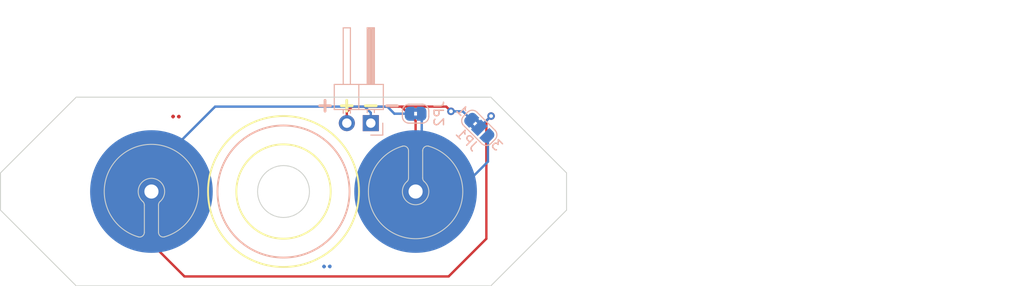
<source format=kicad_pcb>
(kicad_pcb (version 20171130) (host pcbnew "(5.0.1-dev-70-gb7b125d83)")

  (general
    (thickness 1.6)
    (drawings 32)
    (tracks 32)
    (zones 0)
    (modules 11)
    (nets 5)
  )

  (page A4)
  (layers
    (0 F.Cu signal)
    (31 B.Cu signal)
    (32 B.Adhes user)
    (33 F.Adhes user)
    (34 B.Paste user)
    (35 F.Paste user)
    (36 B.SilkS user)
    (37 F.SilkS user)
    (38 B.Mask user)
    (39 F.Mask user)
    (40 Dwgs.User user)
    (41 Cmts.User user)
    (42 Eco1.User user)
    (43 Eco2.User user)
    (44 Edge.Cuts user)
    (45 Margin user)
    (46 B.CrtYd user)
    (47 F.CrtYd user hide)
    (48 B.Fab user hide)
    (49 F.Fab user hide)
  )

  (setup
    (last_trace_width 0.2)
    (trace_clearance 0.2)
    (zone_clearance 0)
    (zone_45_only no)
    (trace_min 0.2)
    (segment_width 0.2)
    (edge_width 0.1)
    (via_size 0.8)
    (via_drill 0.4)
    (via_min_size 0.4)
    (via_min_drill 0.3)
    (uvia_size 0.3)
    (uvia_drill 0.1)
    (uvias_allowed no)
    (uvia_min_size 0.2)
    (uvia_min_drill 0.1)
    (pcb_text_width 0.3)
    (pcb_text_size 1.5 1.5)
    (mod_edge_width 0.15)
    (mod_text_size 1 1)
    (mod_text_width 0.15)
    (pad_size 13 13)
    (pad_drill 0)
    (pad_to_mask_clearance 0.2)
    (aux_axis_origin 0 0)
    (visible_elements 7FFFFF7F)
    (pcbplotparams
      (layerselection 0x010f0_ffffffff)
      (usegerberextensions false)
      (usegerberattributes false)
      (usegerberadvancedattributes false)
      (creategerberjobfile false)
      (excludeedgelayer true)
      (linewidth 0.100000)
      (plotframeref false)
      (viasonmask false)
      (mode 1)
      (useauxorigin false)
      (hpglpennumber 1)
      (hpglpenspeed 20)
      (hpglpendiameter 15.000000)
      (psnegative false)
      (psa4output false)
      (plotreference true)
      (plotvalue true)
      (plotinvisibletext false)
      (padsonsilk false)
      (subtractmaskfromsilk false)
      (outputformat 1)
      (mirror false)
      (drillshape 0)
      (scaleselection 1)
      (outputdirectory "gerbers/"))
  )

  (net 0 "")
  (net 1 /K1)
  (net 2 /A2)
  (net 3 /K2)
  (net 4 /A1)

  (net_class Default "This is the default net class."
    (clearance 0.2)
    (trace_width 0.2)
    (via_dia 0.8)
    (via_drill 0.4)
    (uvia_dia 0.3)
    (uvia_drill 0.1)
    (add_net /A1)
    (add_net /A2)
    (add_net /K1)
    (add_net /K2)
  )

  (module graphics:kiwi8mm (layer F.Cu) (tedit 5C64A4FE) (tstamp 5C86171F)
    (at 121 73)
    (fp_text reference G*** (at 0 0) (layer F.SilkS) hide
      (effects (font (size 1.524 1.524) (thickness 0.3)))
    )
    (fp_text value LOGO (at 0.75 0) (layer F.SilkS) hide
      (effects (font (size 1.524 1.524) (thickness 0.3)))
    )
    (fp_poly (pts (xy -2.61227 -1.118697) (xy -2.529655 -1.037345) (xy -2.493818 -0.950586) (xy -2.528901 -0.872319)
      (xy -2.608597 -0.790343) (xy -2.694575 -0.741588) (xy -2.71352 -0.738909) (xy -2.784278 -0.768703)
      (xy -2.836883 -0.81148) (xy -2.895767 -0.896516) (xy -2.909455 -0.946727) (xy -2.872704 -1.037724)
      (xy -2.789088 -1.120293) (xy -2.701636 -1.154545) (xy -2.61227 -1.118697)) (layer F.Mask) (width 0.01))
    (fp_poly (pts (xy -1.994854 -1.111816) (xy -1.919541 -1.015192) (xy -1.911496 -0.989231) (xy -1.914526 -0.859633)
      (xy -1.98022 -0.77238) (xy -2.083408 -0.741236) (xy -2.198924 -0.779966) (xy -2.23652 -0.81148)
      (xy -2.302483 -0.915524) (xy -2.279251 -1.016078) (xy -2.220037 -1.082278) (xy -2.104787 -1.137123)
      (xy -1.994854 -1.111816)) (layer F.Mask) (width 0.01))
    (fp_poly (pts (xy 1.543011 -2.508504) (xy 1.603914 -2.494409) (xy 2.073743 -2.348155) (xy 2.469765 -2.153)
      (xy 2.789849 -1.910412) (xy 3.031868 -1.621856) (xy 3.132 -1.441812) (xy 3.184476 -1.322516)
      (xy 3.219611 -1.214901) (xy 3.240798 -1.095759) (xy 3.25143 -0.941883) (xy 3.254901 -0.730065)
      (xy 3.255018 -0.600364) (xy 3.245546 -0.250202) (xy 3.211889 0.035411) (xy 3.144574 0.275319)
      (xy 3.034124 0.488362) (xy 2.871066 0.693382) (xy 2.645924 0.90922) (xy 2.387971 1.123827)
      (xy 2.143218 1.358631) (xy 1.985888 1.60387) (xy 1.911082 1.867257) (xy 1.909986 1.876155)
      (xy 1.900359 2.029249) (xy 1.920189 2.120909) (xy 1.95748 2.166191) (xy 2.024725 2.243515)
      (xy 2.004479 2.291244) (xy 1.896751 2.309362) (xy 1.881909 2.309542) (xy 1.755602 2.329554)
      (xy 1.5921 2.380471) (xy 1.484778 2.424997) (xy 1.351112 2.486347) (xy 1.256616 2.528069)
      (xy 1.225637 2.54) (xy 1.224266 2.50095) (xy 1.236973 2.417394) (xy 1.260411 2.294787)
      (xy 0.99966 2.325433) (xy 0.834696 2.334265) (xy 0.751513 2.315498) (xy 0.745554 2.274356)
      (xy 0.812266 2.216061) (xy 0.947093 2.145838) (xy 1.14548 2.068911) (xy 1.254206 2.03352)
      (xy 1.411798 1.976131) (xy 1.531726 1.916229) (xy 1.588291 1.866678) (xy 1.588475 1.866213)
      (xy 1.604892 1.778932) (xy 1.614914 1.639865) (xy 1.616364 1.562852) (xy 1.606445 1.406649)
      (xy 1.565838 1.29821) (xy 1.478263 1.194068) (xy 1.47826 1.194065) (xy 1.333608 1.091849)
      (xy 1.19901 1.075401) (xy 1.081656 1.138172) (xy 0.988734 1.273611) (xy 0.927434 1.475167)
      (xy 0.905102 1.716332) (xy 0.901441 1.985818) (xy 0.74634 1.985818) (xy 0.605226 2.013617)
      (xy 0.476828 2.108903) (xy 0.457256 2.129248) (xy 0.323273 2.272677) (xy 0.323273 2.126136)
      (xy 0.315574 2.02735) (xy 0.2794 1.998784) (xy 0.219364 2.011105) (xy 0.107568 2.066166)
      (xy 0.011545 2.137722) (xy -0.060622 2.197855) (xy -0.088403 2.195019) (xy -0.092364 2.152469)
      (xy -0.04942 1.977077) (xy 0.076097 1.836011) (xy 0.279219 1.734149) (xy 0.357148 1.711299)
      (xy 0.453262 1.684124) (xy 0.517748 1.648918) (xy 0.56057 1.587265) (xy 0.591692 1.480752)
      (xy 0.621079 1.310963) (xy 0.639208 1.190033) (xy 0.657957 1.037162) (xy 0.654758 0.952143)
      (xy 0.626911 0.912491) (xy 0.604784 0.903206) (xy 0.538141 0.888502) (xy 0.395742 0.860539)
      (xy 0.192776 0.822182) (xy -0.055568 0.776296) (xy -0.3341 0.725747) (xy -0.371771 0.718976)
      (xy -0.891349 0.619709) (xy -1.326821 0.52247) (xy -1.686301 0.42414) (xy -1.977903 0.321599)
      (xy -2.209741 0.211731) (xy -2.38993 0.091417) (xy -2.526582 -0.042463) (xy -2.593882 -0.135035)
      (xy -2.668833 -0.268346) (xy -2.716174 -0.381635) (xy -2.724727 -0.424678) (xy -2.752537 -0.487787)
      (xy -2.847987 -0.50791) (xy -2.858489 -0.508) (xy -3.007096 -0.550515) (xy -3.138003 -0.663396)
      (xy -3.233998 -0.824647) (xy -3.262521 -0.946625) (xy -3.212775 -0.946625) (xy -3.151784 -0.784453)
      (xy -3.045652 -0.658565) (xy -2.910641 -0.58088) (xy -2.763014 -0.563319) (xy -2.619032 -0.617802)
      (xy -2.567814 -0.660715) (xy -2.483454 -0.755956) (xy -2.431368 -0.833897) (xy -2.401317 -0.877453)
      (xy -2.371541 -0.833897) (xy -2.274574 -0.69758) (xy -2.13724 -0.595747) (xy -1.994725 -0.554226)
      (xy -1.990493 -0.554182) (xy -1.823785 -0.593135) (xy -1.697287 -0.69614) (xy -1.614681 -0.842413)
      (xy -1.57965 -1.011171) (xy -1.59588 -1.181629) (xy -1.667052 -1.333006) (xy -1.796852 -1.444517)
      (xy -1.829929 -1.460105) (xy -2.005157 -1.495897) (xy -2.162821 -1.445046) (xy -2.309293 -1.308085)
      (xy -2.386846 -1.230336) (xy -2.431099 -1.227898) (xy -2.434455 -1.234746) (xy -2.529802 -1.380173)
      (xy -2.678013 -1.482133) (xy -2.750958 -1.504862) (xy -2.901492 -1.491024) (xy -3.045876 -1.406914)
      (xy -3.159101 -1.272679) (xy -3.212363 -1.13316) (xy -3.212775 -0.946625) (xy -3.262521 -0.946625)
      (xy -3.277872 -1.012271) (xy -3.278909 -1.045316) (xy -3.267082 -1.193182) (xy -3.218241 -1.303313)
      (xy -3.121891 -1.413164) (xy -2.990815 -1.521534) (xy -2.865559 -1.566113) (xy -2.801344 -1.570182)
      (xy -2.683939 -1.557267) (xy -2.611244 -1.525633) (xy -2.606932 -1.520213) (xy -2.55514 -1.512477)
      (xy -2.462694 -1.578486) (xy -2.454116 -1.586548) (xy -2.3444 -1.676184) (xy -2.222919 -1.737649)
      (xy -2.069912 -1.77575) (xy -1.865617 -1.795291) (xy -1.590272 -1.801076) (xy -1.571751 -1.801091)
      (xy -1.071334 -1.801091) (xy -0.801212 -2.003111) (xy -0.363436 -2.282919) (xy 0.08349 -2.472058)
      (xy 0.545951 -2.571832) (xy 1.030329 -2.583547) (xy 1.543011 -2.508504)) (layer F.Mask) (width 0.01))
    (fp_poly (pts (xy -2.61227 -1.118697) (xy -2.529655 -1.037345) (xy -2.493818 -0.950586) (xy -2.528901 -0.872319)
      (xy -2.608597 -0.790343) (xy -2.694575 -0.741588) (xy -2.71352 -0.738909) (xy -2.784278 -0.768703)
      (xy -2.836883 -0.81148) (xy -2.895767 -0.896516) (xy -2.909455 -0.946727) (xy -2.872704 -1.037724)
      (xy -2.789088 -1.120293) (xy -2.701636 -1.154545) (xy -2.61227 -1.118697)) (layer F.Cu) (width 0.01))
    (fp_poly (pts (xy -1.994854 -1.111816) (xy -1.919541 -1.015192) (xy -1.911496 -0.989231) (xy -1.914526 -0.859633)
      (xy -1.98022 -0.77238) (xy -2.083408 -0.741236) (xy -2.198924 -0.779966) (xy -2.23652 -0.81148)
      (xy -2.302483 -0.915524) (xy -2.279251 -1.016078) (xy -2.220037 -1.082278) (xy -2.104787 -1.137123)
      (xy -1.994854 -1.111816)) (layer F.Cu) (width 0.01))
  )

  (module graphics:kiwi8mm (layer B.Cu) (tedit 5C64A4FE) (tstamp 5C86122B)
    (at 137 87)
    (fp_text reference G*** (at 0 0) (layer B.SilkS) hide
      (effects (font (size 1.524 1.524) (thickness 0.3)) (justify mirror))
    )
    (fp_text value LOGO (at 0.75 0) (layer B.SilkS) hide
      (effects (font (size 1.524 1.524) (thickness 0.3)) (justify mirror))
    )
    (fp_poly (pts (xy -1.994854 1.111816) (xy -1.919541 1.015192) (xy -1.911496 0.989231) (xy -1.914526 0.859633)
      (xy -1.98022 0.77238) (xy -2.083408 0.741236) (xy -2.198924 0.779966) (xy -2.23652 0.81148)
      (xy -2.302483 0.915524) (xy -2.279251 1.016078) (xy -2.220037 1.082278) (xy -2.104787 1.137123)
      (xy -1.994854 1.111816)) (layer B.Cu) (width 0.01))
    (fp_poly (pts (xy -2.61227 1.118697) (xy -2.529655 1.037345) (xy -2.493818 0.950586) (xy -2.528901 0.872319)
      (xy -2.608597 0.790343) (xy -2.694575 0.741588) (xy -2.71352 0.738909) (xy -2.784278 0.768703)
      (xy -2.836883 0.81148) (xy -2.895767 0.896516) (xy -2.909455 0.946727) (xy -2.872704 1.037724)
      (xy -2.789088 1.120293) (xy -2.701636 1.154545) (xy -2.61227 1.118697)) (layer B.Cu) (width 0.01))
    (fp_poly (pts (xy 1.543011 2.508504) (xy 1.603914 2.494409) (xy 2.073743 2.348155) (xy 2.469765 2.153)
      (xy 2.789849 1.910412) (xy 3.031868 1.621856) (xy 3.132 1.441812) (xy 3.184476 1.322516)
      (xy 3.219611 1.214901) (xy 3.240798 1.095759) (xy 3.25143 0.941883) (xy 3.254901 0.730065)
      (xy 3.255018 0.600364) (xy 3.245546 0.250202) (xy 3.211889 -0.035411) (xy 3.144574 -0.275319)
      (xy 3.034124 -0.488362) (xy 2.871066 -0.693382) (xy 2.645924 -0.90922) (xy 2.387971 -1.123827)
      (xy 2.143218 -1.358631) (xy 1.985888 -1.60387) (xy 1.911082 -1.867257) (xy 1.909986 -1.876155)
      (xy 1.900359 -2.029249) (xy 1.920189 -2.120909) (xy 1.95748 -2.166191) (xy 2.024725 -2.243515)
      (xy 2.004479 -2.291244) (xy 1.896751 -2.309362) (xy 1.881909 -2.309542) (xy 1.755602 -2.329554)
      (xy 1.5921 -2.380471) (xy 1.484778 -2.424997) (xy 1.351112 -2.486347) (xy 1.256616 -2.528069)
      (xy 1.225637 -2.54) (xy 1.224266 -2.50095) (xy 1.236973 -2.417394) (xy 1.260411 -2.294787)
      (xy 0.99966 -2.325433) (xy 0.834696 -2.334265) (xy 0.751513 -2.315498) (xy 0.745554 -2.274356)
      (xy 0.812266 -2.216061) (xy 0.947093 -2.145838) (xy 1.14548 -2.068911) (xy 1.254206 -2.03352)
      (xy 1.411798 -1.976131) (xy 1.531726 -1.916229) (xy 1.588291 -1.866678) (xy 1.588475 -1.866213)
      (xy 1.604892 -1.778932) (xy 1.614914 -1.639865) (xy 1.616364 -1.562852) (xy 1.606445 -1.406649)
      (xy 1.565838 -1.29821) (xy 1.478263 -1.194068) (xy 1.47826 -1.194065) (xy 1.333608 -1.091849)
      (xy 1.19901 -1.075401) (xy 1.081656 -1.138172) (xy 0.988734 -1.273611) (xy 0.927434 -1.475167)
      (xy 0.905102 -1.716332) (xy 0.901441 -1.985818) (xy 0.74634 -1.985818) (xy 0.605226 -2.013617)
      (xy 0.476828 -2.108903) (xy 0.457256 -2.129248) (xy 0.323273 -2.272677) (xy 0.323273 -2.126136)
      (xy 0.315574 -2.02735) (xy 0.2794 -1.998784) (xy 0.219364 -2.011105) (xy 0.107568 -2.066166)
      (xy 0.011545 -2.137722) (xy -0.060622 -2.197855) (xy -0.088403 -2.195019) (xy -0.092364 -2.152469)
      (xy -0.04942 -1.977077) (xy 0.076097 -1.836011) (xy 0.279219 -1.734149) (xy 0.357148 -1.711299)
      (xy 0.453262 -1.684124) (xy 0.517748 -1.648918) (xy 0.56057 -1.587265) (xy 0.591692 -1.480752)
      (xy 0.621079 -1.310963) (xy 0.639208 -1.190033) (xy 0.657957 -1.037162) (xy 0.654758 -0.952143)
      (xy 0.626911 -0.912491) (xy 0.604784 -0.903206) (xy 0.538141 -0.888502) (xy 0.395742 -0.860539)
      (xy 0.192776 -0.822182) (xy -0.055568 -0.776296) (xy -0.3341 -0.725747) (xy -0.371771 -0.718976)
      (xy -0.891349 -0.619709) (xy -1.326821 -0.52247) (xy -1.686301 -0.42414) (xy -1.977903 -0.321599)
      (xy -2.209741 -0.211731) (xy -2.38993 -0.091417) (xy -2.526582 0.042463) (xy -2.593882 0.135035)
      (xy -2.668833 0.268346) (xy -2.716174 0.381635) (xy -2.724727 0.424678) (xy -2.752537 0.487787)
      (xy -2.847987 0.50791) (xy -2.858489 0.508) (xy -3.007096 0.550515) (xy -3.138003 0.663396)
      (xy -3.233998 0.824647) (xy -3.262521 0.946625) (xy -3.212775 0.946625) (xy -3.151784 0.784453)
      (xy -3.045652 0.658565) (xy -2.910641 0.58088) (xy -2.763014 0.563319) (xy -2.619032 0.617802)
      (xy -2.567814 0.660715) (xy -2.483454 0.755956) (xy -2.431368 0.833897) (xy -2.401317 0.877453)
      (xy -2.371541 0.833897) (xy -2.274574 0.69758) (xy -2.13724 0.595747) (xy -1.994725 0.554226)
      (xy -1.990493 0.554182) (xy -1.823785 0.593135) (xy -1.697287 0.69614) (xy -1.614681 0.842413)
      (xy -1.57965 1.011171) (xy -1.59588 1.181629) (xy -1.667052 1.333006) (xy -1.796852 1.444517)
      (xy -1.829929 1.460105) (xy -2.005157 1.495897) (xy -2.162821 1.445046) (xy -2.309293 1.308085)
      (xy -2.386846 1.230336) (xy -2.431099 1.227898) (xy -2.434455 1.234746) (xy -2.529802 1.380173)
      (xy -2.678013 1.482133) (xy -2.750958 1.504862) (xy -2.901492 1.491024) (xy -3.045876 1.406914)
      (xy -3.159101 1.272679) (xy -3.212363 1.13316) (xy -3.212775 0.946625) (xy -3.262521 0.946625)
      (xy -3.277872 1.012271) (xy -3.278909 1.045316) (xy -3.267082 1.193182) (xy -3.218241 1.303313)
      (xy -3.121891 1.413164) (xy -2.990815 1.521534) (xy -2.865559 1.566113) (xy -2.801344 1.570182)
      (xy -2.683939 1.557267) (xy -2.611244 1.525633) (xy -2.606932 1.520213) (xy -2.55514 1.512477)
      (xy -2.462694 1.578486) (xy -2.454116 1.586548) (xy -2.3444 1.676184) (xy -2.222919 1.737649)
      (xy -2.069912 1.77575) (xy -1.865617 1.795291) (xy -1.590272 1.801076) (xy -1.571751 1.801091)
      (xy -1.071334 1.801091) (xy -0.801212 2.003111) (xy -0.363436 2.282919) (xy 0.08349 2.472058)
      (xy 0.545951 2.571832) (xy 1.030329 2.583547) (xy 1.543011 2.508504)) (layer B.Mask) (width 0.01))
    (fp_poly (pts (xy -1.994854 1.111816) (xy -1.919541 1.015192) (xy -1.911496 0.989231) (xy -1.914526 0.859633)
      (xy -1.98022 0.77238) (xy -2.083408 0.741236) (xy -2.198924 0.779966) (xy -2.23652 0.81148)
      (xy -2.302483 0.915524) (xy -2.279251 1.016078) (xy -2.220037 1.082278) (xy -2.104787 1.137123)
      (xy -1.994854 1.111816)) (layer B.Mask) (width 0.01))
    (fp_poly (pts (xy -2.61227 1.118697) (xy -2.529655 1.037345) (xy -2.493818 0.950586) (xy -2.528901 0.872319)
      (xy -2.608597 0.790343) (xy -2.694575 0.741588) (xy -2.71352 0.738909) (xy -2.784278 0.768703)
      (xy -2.836883 0.81148) (xy -2.895767 0.896516) (xy -2.909455 0.946727) (xy -2.872704 1.037724)
      (xy -2.789088 1.120293) (xy -2.701636 1.154545) (xy -2.61227 1.118697)) (layer B.Mask) (width 0.01))
  )

  (module MountingHole:MountingHole_3.2mm_M3_ISO14580 (layer F.Cu) (tedit 5C64A021) (tstamp 5C8600F5)
    (at 105 80)
    (descr "Mounting Hole 3.2mm, no annular, M3, ISO14580")
    (tags "mounting hole 3.2mm no annular m3 iso14580")
    (attr virtual)
    (fp_text reference REF** (at 0 -3.75) (layer F.SilkS) hide
      (effects (font (size 1 1) (thickness 0.15)))
    )
    (fp_text value MountingHole_3.2mm_M3_ISO14580 (at 0 3.75) (layer F.Fab)
      (effects (font (size 1 1) (thickness 0.15)))
    )
    (fp_text user %R (at 0.3 0) (layer F.Fab)
      (effects (font (size 1 1) (thickness 0.15)))
    )
    (fp_circle (center 0 0) (end 2.75 0) (layer Cmts.User) (width 0.15))
    (fp_circle (center 0 0) (end 3 0) (layer F.CrtYd) (width 0.05))
    (pad 1 np_thru_hole circle (at 0 0) (size 3.2 3.2) (drill 3.2) (layers *.Cu *.Mask))
  )

  (module MountingHole:MountingHole_3.2mm_M3_ISO14580 (layer F.Cu) (tedit 5C64A024) (tstamp 5C86006B)
    (at 155 80)
    (descr "Mounting Hole 3.2mm, no annular, M3, ISO14580")
    (tags "mounting hole 3.2mm no annular m3 iso14580")
    (attr virtual)
    (fp_text reference REF** (at 0 -3.75) (layer F.SilkS) hide
      (effects (font (size 1 1) (thickness 0.15)))
    )
    (fp_text value MountingHole_3.2mm_M3_ISO14580 (at 0 3.75) (layer F.Fab)
      (effects (font (size 1 1) (thickness 0.15)))
    )
    (fp_circle (center 0 0) (end 3 0) (layer F.CrtYd) (width 0.05))
    (fp_circle (center 0 0) (end 2.75 0) (layer Cmts.User) (width 0.15))
    (fp_text user %R (at 0.3 0) (layer F.Fab)
      (effects (font (size 1 1) (thickness 0.15)))
    )
    (pad 1 np_thru_hole circle (at 0 0) (size 3.2 3.2) (drill 3.2) (layers *.Cu *.Mask))
  )

  (module Connector:Banana_Jack_1Pin (layer F.Cu) (tedit 5C649852) (tstamp 5C7AA22E)
    (at 175.6 64.6)
    (descr "Single banana socket, footprint - 6mm drill")
    (tags "banana socket")
    (fp_text reference REF** (at 0 -6.5) (layer F.SilkS) hide
      (effects (font (size 1 1) (thickness 0.15)))
    )
    (fp_text value Banana_Jack_1Pin (at -0.25 6.5) (layer F.Fab)
      (effects (font (size 1 1) (thickness 0.15)))
    )
    (fp_text user %R (at 0 0) (layer F.Fab)
      (effects (font (size 0.8 0.8) (thickness 0.12)))
    )
    (fp_circle (center 0 0) (end 2 0) (layer F.Fab) (width 0.1))
    (fp_circle (center 0 0) (end 4.85 0.05) (layer F.Fab) (width 0.1))
    (pad 1 thru_hole circle (at -59.6 15.4) (size 3 3) (drill 1.5) (layers *.Cu *.Mask)
      (net 4 /A1))
    (model ${KISYS3DMOD}/Connector.3dshapes/Banana_Jack_1Pin.wrl
      (at (xyz 0 0 0))
      (scale (xyz 2 2 2))
      (rotate (xyz 0 0 0))
    )
  )

  (module Connector:Banana_Jack_1Pin (layer F.Cu) (tedit 5C649828) (tstamp 5C7AA1D0)
    (at 203.6 64.6)
    (descr "Single banana socket, footprint - 6mm drill")
    (tags "banana socket")
    (fp_text reference REF** (at 0 -6.5) (layer F.SilkS) hide
      (effects (font (size 1 1) (thickness 0.15)))
    )
    (fp_text value Banana_Jack_1Pin (at -0.25 6.5) (layer F.Fab)
      (effects (font (size 1 1) (thickness 0.15)))
    )
    (fp_circle (center 0 0) (end 4.85 0.05) (layer F.Fab) (width 0.1))
    (fp_circle (center 0 0) (end 2 0) (layer F.Fab) (width 0.1))
    (fp_text user %R (at 0 0) (layer F.Fab)
      (effects (font (size 0.8 0.8) (thickness 0.12)))
    )
    (pad 1 thru_hole circle (at -59.6 15.4) (size 3 3) (drill 1.5) (layers *.Cu *.Mask)
      (net 2 /A2))
    (model ${KISYS3DMOD}/Connector.3dshapes/Banana_Jack_1Pin.wrl
      (at (xyz 0 0 0))
      (scale (xyz 2 2 2))
      (rotate (xyz 0 0 0))
    )
  )

  (module Connector:Banana_Jack_1Pin (layer F.Cu) (tedit 5C649C4D) (tstamp 5C7A9EB4)
    (at 203.6 64.6)
    (descr "Single banana socket, footprint - 6mm drill")
    (tags "banana socket")
    (fp_text reference REF** (at 0 -6.5) (layer F.SilkS) hide
      (effects (font (size 1 1) (thickness 0.15)))
    )
    (fp_text value Banana_Jack_1Pin (at -0.25 6.5) (layer F.Fab)
      (effects (font (size 1 1) (thickness 0.15)))
    )
    (fp_text user %R (at 0 0) (layer F.Fab)
      (effects (font (size 0.8 0.8) (thickness 0.12)))
    )
    (fp_circle (center 0 0) (end 2 0) (layer F.Fab) (width 0.1))
    (fp_circle (center 0 0) (end 4.85 0.05) (layer F.Fab) (width 0.1))
    (pad 1 smd circle (at -59.6 15.4) (size 13 13) (layers B.Cu B.Paste B.Mask)
      (net 3 /K2))
    (model ${KISYS3DMOD}/Connector.3dshapes/Banana_Jack_1Pin.wrl
      (at (xyz 0 0 0))
      (scale (xyz 2 2 2))
      (rotate (xyz 0 0 0))
    )
  )

  (module Connector:Banana_Jack_1Pin (layer F.Cu) (tedit 5C649C35) (tstamp 5C7A9D4F)
    (at 184.4 82.4)
    (descr "Single banana socket, footprint - 6mm drill")
    (tags "banana socket")
    (fp_text reference REF** (at 0 -6.5) (layer F.SilkS) hide
      (effects (font (size 1 1) (thickness 0.15)))
    )
    (fp_text value Banana_Jack_1Pin (at -0.25 6.5) (layer F.Fab)
      (effects (font (size 1 1) (thickness 0.15)))
    )
    (fp_circle (center 0 0) (end 4.85 0.05) (layer F.Fab) (width 0.1))
    (fp_circle (center 0 0) (end 2 0) (layer F.Fab) (width 0.1))
    (fp_text user %R (at 0 0) (layer F.Fab)
      (effects (font (size 0.8 0.8) (thickness 0.12)))
    )
    (pad 1 smd circle (at -68.4 -2.4) (size 13 13) (layers B.Cu B.Paste B.Mask)
      (net 1 /K1))
    (model ${KISYS3DMOD}/Connector.3dshapes/Banana_Jack_1Pin.wrl
      (at (xyz 0 0 0))
      (scale (xyz 2 2 2))
      (rotate (xyz 0 0 0))
    )
  )

  (module Connector_PinHeader_2.54mm:PinHeader_1x02_P2.54mm_Horizontal (layer B.Cu) (tedit 5C64A238) (tstamp 5C7AB217)
    (at 139.25 72.75 90)
    (descr "Through hole angled pin header, 1x02, 2.54mm pitch, 6mm pin length, single row")
    (tags "Through hole angled pin header THT 1x02 2.54mm single row")
    (path /5C648EE6)
    (fp_text reference J1 (at 4.385 2.27 90) (layer B.SilkS) hide
      (effects (font (size 1 1) (thickness 0.15)) (justify mirror))
    )
    (fp_text value con (at 4.385 -4.81 90) (layer B.Fab)
      (effects (font (size 1 1) (thickness 0.15)) (justify mirror))
    )
    (fp_line (start 2.135 1.27) (end 4.04 1.27) (layer B.Fab) (width 0.1))
    (fp_line (start 4.04 1.27) (end 4.04 -3.81) (layer B.Fab) (width 0.1))
    (fp_line (start 4.04 -3.81) (end 1.5 -3.81) (layer B.Fab) (width 0.1))
    (fp_line (start 1.5 -3.81) (end 1.5 0.635) (layer B.Fab) (width 0.1))
    (fp_line (start 1.5 0.635) (end 2.135 1.27) (layer B.Fab) (width 0.1))
    (fp_line (start -0.32 0.32) (end 1.5 0.32) (layer B.Fab) (width 0.1))
    (fp_line (start -0.32 0.32) (end -0.32 -0.32) (layer B.Fab) (width 0.1))
    (fp_line (start -0.32 -0.32) (end 1.5 -0.32) (layer B.Fab) (width 0.1))
    (fp_line (start 4.04 0.32) (end 10.04 0.32) (layer B.Fab) (width 0.1))
    (fp_line (start 10.04 0.32) (end 10.04 -0.32) (layer B.Fab) (width 0.1))
    (fp_line (start 4.04 -0.32) (end 10.04 -0.32) (layer B.Fab) (width 0.1))
    (fp_line (start -0.32 -2.22) (end 1.5 -2.22) (layer B.Fab) (width 0.1))
    (fp_line (start -0.32 -2.22) (end -0.32 -2.86) (layer B.Fab) (width 0.1))
    (fp_line (start -0.32 -2.86) (end 1.5 -2.86) (layer B.Fab) (width 0.1))
    (fp_line (start 4.04 -2.22) (end 10.04 -2.22) (layer B.Fab) (width 0.1))
    (fp_line (start 10.04 -2.22) (end 10.04 -2.86) (layer B.Fab) (width 0.1))
    (fp_line (start 4.04 -2.86) (end 10.04 -2.86) (layer B.Fab) (width 0.1))
    (fp_line (start 1.44 1.33) (end 1.44 -3.87) (layer B.SilkS) (width 0.12))
    (fp_line (start 1.44 -3.87) (end 4.1 -3.87) (layer B.SilkS) (width 0.12))
    (fp_line (start 4.1 -3.87) (end 4.1 1.33) (layer B.SilkS) (width 0.12))
    (fp_line (start 4.1 1.33) (end 1.44 1.33) (layer B.SilkS) (width 0.12))
    (fp_line (start 4.1 0.38) (end 10.1 0.38) (layer B.SilkS) (width 0.12))
    (fp_line (start 10.1 0.38) (end 10.1 -0.38) (layer B.SilkS) (width 0.12))
    (fp_line (start 10.1 -0.38) (end 4.1 -0.38) (layer B.SilkS) (width 0.12))
    (fp_line (start 4.1 0.32) (end 10.1 0.32) (layer B.SilkS) (width 0.12))
    (fp_line (start 4.1 0.2) (end 10.1 0.2) (layer B.SilkS) (width 0.12))
    (fp_line (start 4.1 0.08) (end 10.1 0.08) (layer B.SilkS) (width 0.12))
    (fp_line (start 4.1 -0.04) (end 10.1 -0.04) (layer B.SilkS) (width 0.12))
    (fp_line (start 4.1 -0.16) (end 10.1 -0.16) (layer B.SilkS) (width 0.12))
    (fp_line (start 4.1 -0.28) (end 10.1 -0.28) (layer B.SilkS) (width 0.12))
    (fp_line (start 1.11 0.38) (end 1.44 0.38) (layer B.SilkS) (width 0.12))
    (fp_line (start 1.11 -0.38) (end 1.44 -0.38) (layer B.SilkS) (width 0.12))
    (fp_line (start 1.44 -1.27) (end 4.1 -1.27) (layer B.SilkS) (width 0.12))
    (fp_line (start 4.1 -2.16) (end 10.1 -2.16) (layer B.SilkS) (width 0.12))
    (fp_line (start 10.1 -2.16) (end 10.1 -2.92) (layer B.SilkS) (width 0.12))
    (fp_line (start 10.1 -2.92) (end 4.1 -2.92) (layer B.SilkS) (width 0.12))
    (fp_line (start 1.042929 -2.16) (end 1.44 -2.16) (layer B.SilkS) (width 0.12))
    (fp_line (start 1.042929 -2.92) (end 1.44 -2.92) (layer B.SilkS) (width 0.12))
    (fp_line (start -1.27 0) (end -1.27 1.27) (layer B.SilkS) (width 0.12))
    (fp_line (start -1.27 1.27) (end 0 1.27) (layer B.SilkS) (width 0.12))
    (fp_line (start -1.8 1.8) (end -1.8 -4.35) (layer B.CrtYd) (width 0.05))
    (fp_line (start -1.8 -4.35) (end 10.55 -4.35) (layer B.CrtYd) (width 0.05))
    (fp_line (start 10.55 -4.35) (end 10.55 1.8) (layer B.CrtYd) (width 0.05))
    (fp_line (start 10.55 1.8) (end -1.8 1.8) (layer B.CrtYd) (width 0.05))
    (fp_text user %R (at 2.77 -1.27) (layer B.Fab)
      (effects (font (size 1 1) (thickness 0.15)) (justify mirror))
    )
    (pad 1 thru_hole rect (at 0 0 90) (size 1.7 1.7) (drill 1) (layers *.Cu *.Mask)
      (net 1 /K1))
    (pad 2 thru_hole oval (at 0 -2.54 90) (size 1.7 1.7) (drill 1) (layers *.Cu *.Mask)
      (net 2 /A2))
    (model ${KISYS3DMOD}/Connector_PinHeader_2.54mm.3dshapes/PinHeader_1x02_P2.54mm_Horizontal.wrl
      (at (xyz 0 0 0))
      (scale (xyz 1 1 1))
      (rotate (xyz 0 0 0))
    )
  )

  (module Jumper:SolderJumper-3_P1.3mm_Bridged2Bar12_RoundedPad1.0x1.5mm_NumberLabels (layer B.Cu) (tedit 5B391A16) (tstamp 5C6FB9B1)
    (at 150.75 73.25 315)
    (descr "SMD Solder 3-pad Jumper, 1x1.5mm rounded Pads, 0.3mm gap, pads 1-2 Bridged2Bar with 2 copper strip, labeled with numbers")
    (tags "solder jumper open")
    (path /5C64A8CF)
    (attr virtual)
    (fp_text reference JP1 (at 0 1.8 315) (layer B.SilkS)
      (effects (font (size 1 1) (thickness 0.15)) (justify mirror))
    )
    (fp_text value SolderJumper_3_Bridged12 (at 0 -1.9 315) (layer B.Fab)
      (effects (font (size 1 1) (thickness 0.15)) (justify mirror))
    )
    (fp_text user 3 (at 2.600001 0 315) (layer B.SilkS)
      (effects (font (size 1 1) (thickness 0.15)) (justify mirror))
    )
    (fp_text user 1 (at -2.600001 0 315) (layer B.SilkS)
      (effects (font (size 1 1) (thickness 0.15)) (justify mirror))
    )
    (fp_line (start -2.05 -0.3) (end -2.05 0.3) (layer B.SilkS) (width 0.12))
    (fp_line (start 1.4 -1) (end -1.4 -1) (layer B.SilkS) (width 0.12))
    (fp_line (start 2.05 0.3) (end 2.05 -0.3) (layer B.SilkS) (width 0.12))
    (fp_line (start -1.4 1) (end 1.4 1) (layer B.SilkS) (width 0.12))
    (fp_line (start -2.3 1.25) (end 2.3 1.25) (layer B.CrtYd) (width 0.05))
    (fp_line (start -2.3 1.25) (end -2.3 -1.25) (layer B.CrtYd) (width 0.05))
    (fp_line (start 2.3 -1.25) (end 2.3 1.25) (layer B.CrtYd) (width 0.05))
    (fp_line (start 2.3 -1.25) (end -2.3 -1.25) (layer B.CrtYd) (width 0.05))
    (fp_arc (start 1.35 0.3) (end 2.05 0.3) (angle 90) (layer B.SilkS) (width 0.12))
    (fp_arc (start 1.35 -0.3) (end 1.35 -1) (angle 90) (layer B.SilkS) (width 0.12))
    (fp_arc (start -1.35 -0.3) (end -2.05 -0.3) (angle 90) (layer B.SilkS) (width 0.12))
    (fp_arc (start -1.35 0.3) (end -1.35 1) (angle 90) (layer B.SilkS) (width 0.12))
    (pad 1 smd custom (at -1.3 0 315) (size 1 0.5) (layers B.Cu B.Mask)
      (net 2 /A2) (zone_connect 0)
      (options (clearance outline) (anchor rect))
      (primitives
        (gr_circle (center 0 -0.25) (end 0.5 -0.25) (width 0))
        (gr_circle (center 0 0.25) (end 0.5 0.25) (width 0))
        (gr_poly (pts
           (xy 0.55 0.75) (xy 0 0.75) (xy 0 -0.75) (xy 0.55 -0.75)) (width 0))
        (gr_poly (pts
           (xy 0.4 0.6) (xy 0.9 0.6) (xy 0.9 0.2) (xy 0.4 0.2)) (width 0))
        (gr_poly (pts
           (xy 0.4 -0.2) (xy 0.9 -0.2) (xy 0.9 -0.6) (xy 0.4 -0.6)) (width 0))
      ))
    (pad 3 smd custom (at 1.3 0 315) (size 1 0.5) (layers B.Cu B.Mask)
      (net 3 /K2) (zone_connect 0)
      (options (clearance outline) (anchor rect))
      (primitives
        (gr_circle (center 0 -0.25) (end 0.5 -0.25) (width 0))
        (gr_circle (center 0 0.25) (end 0.5 0.25) (width 0))
        (gr_poly (pts
           (xy -0.55 0.75) (xy 0 0.75) (xy 0 -0.75) (xy -0.55 -0.75)) (width 0))
      ))
    (pad 2 smd rect (at 0 0 315) (size 1 1.5) (layers B.Cu B.Mask)
      (net 4 /A1))
  )

  (module Jumper:SolderJumper-2_P1.3mm_Bridged2Bar_RoundedPad1.0x1.5mm (layer B.Cu) (tedit 5B3916F8) (tstamp 5C7AB5F0)
    (at 144 71.75)
    (descr "SMD Solder Jumper, 1x1.5mm, rounded Pads, 0.3mm gap, bridged with 2 copper strips")
    (tags "solder jumper open")
    (path /5C64ADA6)
    (attr virtual)
    (fp_text reference JP2 (at 2.5 0 270) (layer B.SilkS)
      (effects (font (size 1 1) (thickness 0.15)) (justify mirror))
    )
    (fp_text value SolderJumper_2_Bridged (at 0 -1.9) (layer B.Fab)
      (effects (font (size 1 1) (thickness 0.15)) (justify mirror))
    )
    (fp_arc (start 0.7 0.3) (end 1.4 0.300001) (angle 90) (layer B.SilkS) (width 0.12))
    (fp_arc (start 0.7 -0.3) (end 0.7 -1) (angle 90) (layer B.SilkS) (width 0.12))
    (fp_arc (start -0.7 -0.3) (end -1.4 -0.300001) (angle 90) (layer B.SilkS) (width 0.12))
    (fp_arc (start -0.7 0.3) (end -0.7 1) (angle 90) (layer B.SilkS) (width 0.12))
    (fp_line (start -1.4 -0.300001) (end -1.4 0.300001) (layer B.SilkS) (width 0.12))
    (fp_line (start 0.7 -1) (end -0.7 -1) (layer B.SilkS) (width 0.12))
    (fp_line (start 1.4 0.300001) (end 1.4 -0.300001) (layer B.SilkS) (width 0.12))
    (fp_line (start -0.7 1) (end 0.7 1) (layer B.SilkS) (width 0.12))
    (fp_line (start -1.65 1.25) (end 1.65 1.25) (layer B.CrtYd) (width 0.05))
    (fp_line (start -1.65 1.25) (end -1.65 -1.25) (layer B.CrtYd) (width 0.05))
    (fp_line (start 1.65 -1.25) (end 1.65 1.25) (layer B.CrtYd) (width 0.05))
    (fp_line (start 1.65 -1.25) (end -1.65 -1.25) (layer B.CrtYd) (width 0.05))
    (pad 1 smd custom (at -0.649999 0) (size 1 0.5) (layers B.Cu B.Mask)
      (net 1 /K1) (zone_connect 0)
      (options (clearance outline) (anchor rect))
      (primitives
        (gr_circle (center 0 -0.25) (end 0.5 -0.25) (width 0))
        (gr_circle (center 0 0.25) (end 0.5 0.25) (width 0))
        (gr_poly (pts
           (xy 0.5 -0.75) (xy 0.5 0.75) (xy 0 0.75) (xy 0 -0.75)) (width 0))
        (gr_poly (pts
           (xy 0.4 -0.2) (xy 0.9 -0.2) (xy 0.9 -0.6) (xy 0.4 -0.6)) (width 0))
        (gr_poly (pts
           (xy 0.4 0.6) (xy 0.9 0.6) (xy 0.9 0.2) (xy 0.4 0.2)) (width 0))
      ))
    (pad 2 smd custom (at 0.649999 0) (size 1 0.5) (layers B.Cu B.Mask)
      (net 3 /K2) (zone_connect 0)
      (options (clearance outline) (anchor rect))
      (primitives
        (gr_circle (center 0 -0.25) (end 0.5 -0.25) (width 0))
        (gr_circle (center 0 0.25) (end 0.5 0.25) (width 0))
        (gr_poly (pts
           (xy -0.5 -0.75) (xy -0.5 0.75) (xy 0 0.75) (xy 0 -0.75)) (width 0))
      ))
  )

  (gr_text - (at 141.5 70.8) (layer B.SilkS) (tstamp 5C860B90)
    (effects (font (size 1.5 1.5) (thickness 0.3)) (justify mirror))
  )
  (gr_text + (at 134.4 70.8) (layer B.SilkS) (tstamp 5C860B75)
    (effects (font (size 1.5 1.5) (thickness 0.3)) (justify mirror))
  )
  (gr_text - (at 139.25 70.8) (layer F.SilkS) (tstamp 5C860B42)
    (effects (font (size 1.5 1.5) (thickness 0.3)))
  )
  (gr_text + (at 136.7 70.8) (layer F.SilkS)
    (effects (font (size 1.5 1.5) (thickness 0.3)))
  )
  (gr_line (start 151.971668 90) (end 160 81.971668) (layer Edge.Cuts) (width 0.1))
  (gr_line (start 160 81.971668) (end 160 78.028332) (layer Edge.Cuts) (width 0.1))
  (gr_line (start 160 78.028332) (end 151.971668 70) (layer Edge.Cuts) (width 0.1))
  (gr_circle (center 130 80) (end 137 80) (layer B.SilkS) (width 0.2))
  (gr_circle (center 130 80) (end 138 80) (layer F.SilkS) (width 0.2))
  (gr_circle (center 130 80) (end 125 80) (layer F.SilkS) (width 0.2))
  (gr_arc (start 117.25 84.322904) (end 116.75 84.322904) (angle -106.1276202) (layer Edge.Cuts) (width 0.1))
  (gr_arc (start 114.75 84.322904) (end 114.611111 84.803227) (angle -106.1276202) (layer Edge.Cuts) (width 0.1))
  (gr_line (start 151.971668 70) (end 108.028332 70) (layer Edge.Cuts) (width 0.1))
  (gr_line (start 100 81.971668) (end 108.028332 90) (layer Edge.Cuts) (width 0.1))
  (gr_line (start 108.028332 90) (end 151.971668 90) (layer Edge.Cuts) (width 0.1))
  (gr_arc (start 142.75 78.569091) (end 143.078947 78.945646) (angle -48.86048959) (layer Edge.Cuts) (width 0.1))
  (gr_arc (start 116 80) (end 117.388889 84.803227) (angle -327.7447596) (layer Edge.Cuts) (width 0.1))
  (gr_line (start 116.75 84.322904) (end 116.75 81.430909) (layer Edge.Cuts) (width 0.1))
  (gr_circle (center 130 80) (end 132.75 80) (layer Edge.Cuts) (width 0.1))
  (gr_line (start 108.028332 70) (end 100 78.028332) (layer Edge.Cuts) (width 0.1))
  (gr_arc (start 142.75 75.677096) (end 143.25 75.677096) (angle -106.1276202) (layer Edge.Cuts) (width 0.1))
  (gr_line (start 143.25 75.677096) (end 143.25 78.569091) (layer Edge.Cuts) (width 0.1))
  (gr_line (start 100 78.028332) (end 100 81.971668) (layer Edge.Cuts) (width 0.1))
  (gr_arc (start 116 80) (end 116.921053 81.054354) (angle -277.7209792) (layer Edge.Cuts) (width 0.1))
  (gr_arc (start 117.25 81.430909) (end 116.921053 81.054354) (angle -48.86048959) (layer Edge.Cuts) (width 0.1))
  (gr_line (start 115.25 81.430909) (end 115.25 84.322904) (layer Edge.Cuts) (width 0.1))
  (gr_arc (start 114.75 81.430909) (end 115.25 81.430909) (angle -48.86048959) (layer Edge.Cuts) (width 0.1))
  (gr_arc (start 144 80) (end 142.611111 75.196773) (angle -327.7447596) (layer Edge.Cuts) (width 0.1))
  (gr_arc (start 145.25 78.569091) (end 144.75 78.569091) (angle -48.86048959) (layer Edge.Cuts) (width 0.1))
  (gr_arc (start 145.25 75.677096) (end 145.388889 75.196773) (angle -106.1276202) (layer Edge.Cuts) (width 0.1))
  (gr_line (start 144.75 78.569091) (end 144.75 75.677096) (layer Edge.Cuts) (width 0.1))
  (gr_arc (start 144 80) (end 143.078947 78.945646) (angle -277.7209792) (layer Edge.Cuts) (width 0.1))

  (segment (start 139.25 71.65) (end 138.6 71) (width 0.25) (layer B.Cu) (net 1))
  (segment (start 139.25 72.75) (end 139.25 71.65) (width 0.25) (layer B.Cu) (net 1))
  (segment (start 122.75 71) (end 118.75 75) (width 0.25) (layer B.Cu) (net 1) (tstamp 5C861156))
  (segment (start 138.6 71) (end 122.75 71) (width 0.25) (layer B.Cu) (net 1))
  (segment (start 143.350001 71.75) (end 141.75 71.75) (width 0.25) (layer B.Cu) (net 1))
  (segment (start 141 71) (end 138.6 71) (width 0.25) (layer B.Cu) (net 1))
  (segment (start 141.75 71.75) (end 141 71) (width 0.25) (layer B.Cu) (net 1))
  (segment (start 144 77.87868) (end 144 80) (width 0.25) (layer F.Cu) (net 2))
  (segment (start 144 72.5) (end 144 77.87868) (width 0.25) (layer F.Cu) (net 2))
  (segment (start 137.257919 71) (end 142.5 71) (width 0.25) (layer F.Cu) (net 2))
  (segment (start 136.71 71.547919) (end 137.257919 71) (width 0.25) (layer F.Cu) (net 2))
  (segment (start 136.71 72.75) (end 136.71 71.547919) (width 0.25) (layer F.Cu) (net 2))
  (segment (start 142.5 71) (end 143.25 71.75) (width 0.25) (layer F.Cu) (net 2))
  (segment (start 143.25 71.75) (end 144 72.5) (width 0.25) (layer F.Cu) (net 2))
  (segment (start 149.830761 72.330761) (end 149.406498 71.906498) (width 0.25) (layer B.Cu) (net 2))
  (segment (start 149.406498 71.906498) (end 149 71.5) (width 0.25) (layer B.Cu) (net 2))
  (via (at 147.75 71.5) (size 0.8) (drill 0.4) (layers F.Cu B.Cu) (net 2))
  (segment (start 149 71.5) (end 147.75 71.5) (width 0.25) (layer B.Cu) (net 2))
  (segment (start 147.25 71) (end 147.75 71.5) (width 0.25) (layer F.Cu) (net 2))
  (segment (start 142.5 71) (end 147.25 71) (width 0.25) (layer F.Cu) (net 2))
  (segment (start 151.669239 76.830761) (end 149.75 78.75) (width 0.25) (layer B.Cu) (net 3))
  (segment (start 151.669239 74.169239) (end 151.669239 76.830761) (width 0.25) (layer B.Cu) (net 3))
  (segment (start 144.649999 74.149999) (end 144.75 74.25) (width 0.25) (layer B.Cu) (net 3))
  (segment (start 144.649999 71.75) (end 144.649999 74.149999) (width 0.25) (layer B.Cu) (net 3))
  (via (at 152 72) (size 0.8) (drill 0.4) (layers F.Cu B.Cu) (net 4))
  (segment (start 150.75 73.25) (end 152 72) (width 0.25) (layer B.Cu) (net 4))
  (segment (start 151.5 72.5) (end 152 72) (width 0.25) (layer F.Cu) (net 4))
  (segment (start 151.5 85) (end 151.5 72.5) (width 0.25) (layer F.Cu) (net 4))
  (segment (start 147.5 89) (end 151.5 85) (width 0.25) (layer F.Cu) (net 4))
  (segment (start 119.5 89) (end 147.5 89) (width 0.25) (layer F.Cu) (net 4))
  (segment (start 116 80) (end 116 85.5) (width 0.25) (layer F.Cu) (net 4))
  (segment (start 116 85.5) (end 119.5 89) (width 0.25) (layer F.Cu) (net 4))

)

</source>
